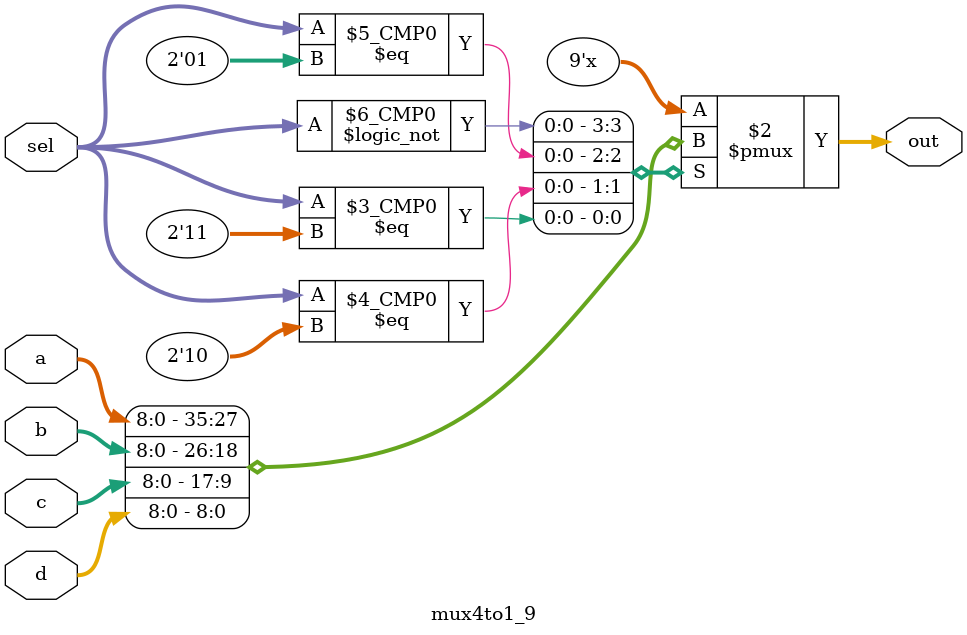
<source format=v>
module mux4to1_9 #(
    parameter WIDTH = 9
) (
    input wire [WIDTH-1 : 0] a,b,c,d,
    input wire [1:0] sel,
    output reg [WIDTH-1 : 0] out
);
    always @(sel or a or b or c or d)
    begin
        case(sel)
            2'd0 : out = a;
            2'd1 : out = b;
            2'd2 : out = c;
            2'd3 : out = d;
            default : out = {WIDTH{1'b0}};
        endcase
    end
endmodule
</source>
